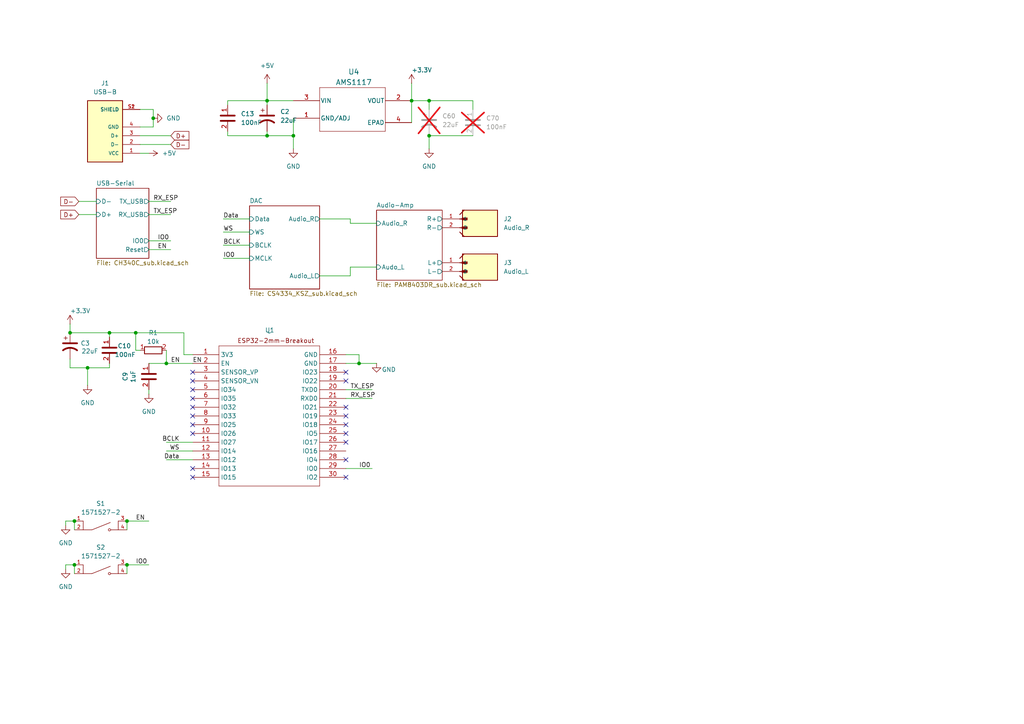
<source format=kicad_sch>
(kicad_sch (version 20231120) (generator "eeschema") (generator_version "8.0")
  (paper "A4")
  (lib_symbols
    (symbol "Device:C_Polarized_US" (pin_numbers hide) (pin_names (offset 0.254) hide)
      (property "Reference" "C" (at 0.635 2.54 0))
      (property "Value" "C_Polarized_US" (at 0.635 -2.54 0))
      (symbol "C_Polarized_US_0_1"
        (polyline (pts (xy -2.032 0.762) (xy 2.032 0.762)) (stroke (width 0.508)))
        (polyline (pts (xy -1.778 2.286) (xy -0.762 2.286)))
        (polyline (pts (xy -1.27 1.778) (xy -1.27 2.794)))
        (arc (start 2.032 -1.27) (mid 0 -0.5572) (end -2.032 -1.27) (stroke (width 0.508)))
      )
      (symbol "C_Polarized_US_1_1"
        (pin passive line (at 0 3.81 270) (length 2.794) (name "~") (number "1"))
        (pin passive line (at 0 -3.81 90) (length 3.302) (name "~") (number "2"))
      )
    )
    (symbol "PVA_board:1571527-2" (pin_names (offset 1.016))
      (property "Reference" "S" (at -2.54 1.27 0))
      (property "Value" "1571527-2" (at -4.826 -2.54 0))
      (symbol "1571527-2_0_0"
        (polyline (pts (xy -2.54 -1.27) (xy -5.08 -1.27)) (stroke (width 0.1524)))
        (polyline (pts (xy -2.54 -1.27) (xy 2.794 0.8636)) (stroke (width 0.1524)))
        (polyline (pts (xy 5.08 -1.27) (xy 2.921 -1.27)) (stroke (width 0.1524)))
        (circle (center 2.54 -1.27) (radius 0.3302) (stroke (width 0.1524)))
        (pin passive line (at -7.62 1.27 0) (length 2.54) (name "~") (number "1"))
        (pin passive line (at -7.62 -1.27 0) (length 2.54) (name "~") (number "2"))
        (pin passive line (at 7.62 1.27 180) (length 2.54) (name "~") (number "3"))
        (pin passive line (at 7.62 -1.27 180) (length 2.54) (name "~") (number "4"))
      )
      (symbol "1571527-2_0_1"
        (polyline (pts (xy -5.08 1.27) (xy -5.08 -1.27)))
        (polyline (pts (xy 5.08 1.27) (xy 5.08 -1.27)))
      )
    )
    (symbol "PVA_board:AMS1117" (pin_names (offset 0.254))
      (property "Reference" "U" (at -0.508 9.652 0))
      (property "Value" "AMS1117" (at -0.508 7.112 0))
      (symbol "AMS1117_0_1"
        (polyline (pts (xy -10.16 -7.62) (xy 8.89 -7.62)) (stroke (width 0.127)))
        (polyline (pts (xy -10.16 5.08) (xy -10.16 -7.62)) (stroke (width 0.127)))
        (polyline (pts (xy 8.89 -7.62) (xy 8.89 5.08)) (stroke (width 0.127)))
        (polyline (pts (xy 8.89 5.08) (xy -10.16 5.08)) (stroke (width 0.127)))
        (pin output line (at 16.51 1.27 180) (length 7.62) (name "VOUT") (number "2"))
        (pin input line (at -17.78 1.27 0) (length 7.62) (name "VIN") (number "3"))
        (pin power_in line (at 16.51 -5.08 180) (length 7.62) (name "EPAD") (number "4"))
      )
      (symbol "AMS1117_1_1"
        (pin power_out line (at -17.78 -3.81 0) (length 7.62) (name "GND/ADJ") (number "1"))
      )
    )
    (symbol "PVA_board:B2B-PH" (pin_names (offset 1.016))
      (property "Reference" "J" (at -5.58 5.08 0))
      (property "Value" "B2B-PH" (at -3.048 -4.572 0))
      (symbol "B2B-PH_0_0"
        (rectangle (start -4.445 -0.3175) (end -2.8575 0.3175) (stroke (width 0.1)) (fill (type outline)))
        (rectangle (start -4.445 2.2225) (end -2.8575 2.8575) (stroke (width 0.1)) (fill (type outline)))
        (rectangle (start -4.2863 -2.54) (end 5.8738 5.08) (stroke (width 0.254)) (fill (type background)))
        (polyline (pts (xy -5.08 -1.27) (xy -3.81 -2.54)) (stroke (width 0.254)))
        (polyline (pts (xy -5.08 0) (xy -3.175 0)) (stroke (width 0.254)))
        (polyline (pts (xy -5.08 2.54) (xy -3.175 2.54)) (stroke (width 0.254)))
        (polyline (pts (xy -5.08 3.81) (xy -3.81 5.08)) (stroke (width 0.254)))
        (pin passive line (at -10.16 2.54 0) (length 5.08) (name "1") (number "1"))
        (pin passive line (at -10.16 0 0) (length 5.08) (name "2") (number "2"))
      )
    )
    (symbol "PVA_board:C"
      (property "Reference" "C" (at 0 0 0))
      (symbol "C_0_1"
        (polyline (pts (xy -0.762 3.048) (xy -0.762 7.112)) (stroke (width 0.508)))
        (polyline (pts (xy 0.762 3.048) (xy 0.762 7.112)) (stroke (width 0.508)))
      )
      (symbol "C_1_1"
        (pin passive line (at -3.81 5.08 0) (length 2.794) (name "~") (number "1"))
        (pin passive line (at 3.81 5.08 180) (length 2.794) (name "~") (number "2"))
      )
    )
    (symbol "PVA_board:ESP32_breakout_2mm"
      (property "Reference" "U" (at 0 2.286 0))
      (symbol "ESP32_breakout_2mm_0_1"
        (polyline (pts (xy -15.24 -41.91) (xy 13.97 -41.91)) (stroke (width 0.127)))
        (polyline (pts (xy -15.24 -1.27) (xy -15.24 -41.91)) (stroke (width 0.127)))
        (polyline (pts (xy 13.97 -41.91) (xy 13.97 -1.27)) (stroke (width 0.127)))
        (polyline (pts (xy 13.97 -1.27) (xy -15.24 -1.27)) (stroke (width 0.127)))
        (pin bidirectional line (at 21.59 -31.75 180) (length 7.62) (name "IO16") (number "27"))
      )
      (symbol "ESP32_breakout_2mm_1_1"
        (text "ESP32-2mm-Breakout\n" (at 1.27 0.254 0) (effects (font (size 1.27 1.27))))
        (pin power_in line (at -22.86 -3.81 0) (length 7.62) (name "3V3") (number "1"))
        (pin bidirectional line (at -22.86 -26.67 0) (length 7.62) (name "IO26") (number "10"))
        (pin bidirectional line (at -22.86 -29.21 0) (length 7.62) (name "IO27") (number "11"))
        (pin bidirectional line (at -22.86 -31.75 0) (length 7.62) (name "IO14") (number "12"))
        (pin bidirectional line (at -22.86 -34.29 0) (length 7.62) (name "IO12") (number "13"))
        (pin bidirectional line (at -22.86 -36.83 0) (length 7.62) (name "IO13") (number "14"))
        (pin bidirectional line (at -22.86 -39.37 0) (length 7.62) (name "IO15") (number "15"))
        (pin power_out line (at 21.59 -3.81 180) (length 7.62) (name "GND") (number "16"))
        (pin power_out line (at 21.59 -6.35 180) (length 7.62) (name "GND") (number "17"))
        (pin bidirectional line (at 21.59 -8.89 180) (length 7.62) (name "IO23") (number "18"))
        (pin bidirectional line (at 21.59 -11.43 180) (length 7.62) (name "IO22") (number "19"))
        (pin input line (at -22.86 -6.35 0) (length 7.62) (name "EN") (number "2"))
        (pin bidirectional line (at 21.59 -13.97 180) (length 7.62) (name "TXD0") (number "20"))
        (pin bidirectional line (at 21.59 -16.51 180) (length 7.62) (name "RXD0") (number "21"))
        (pin bidirectional line (at 21.59 -19.05 180) (length 7.62) (name "IO21") (number "22"))
        (pin bidirectional line (at 21.59 -21.59 180) (length 7.62) (name "IO19") (number "23"))
        (pin bidirectional line (at 21.59 -24.13 180) (length 7.62) (name "IO18") (number "24"))
        (pin bidirectional line (at 21.59 -26.67 180) (length 7.62) (name "IO5") (number "25"))
        (pin bidirectional line (at 21.59 -29.21 180) (length 7.62) (name "IO17") (number "26"))
        (pin bidirectional line (at 21.59 -34.29 180) (length 7.62) (name "IO4") (number "28"))
        (pin bidirectional line (at 21.59 -36.83 180) (length 7.62) (name "IO0") (number "29"))
        (pin input line (at -22.86 -8.89 0) (length 7.62) (name "SENSOR_VP") (number "3"))
        (pin bidirectional line (at 21.59 -39.37 180) (length 7.62) (name "IO2") (number "30"))
        (pin input line (at -22.86 -11.43 0) (length 7.62) (name "SENSOR_VN") (number "4"))
        (pin input line (at -22.86 -13.97 0) (length 7.62) (name "IO34") (number "5"))
        (pin input line (at -22.86 -16.51 0) (length 7.62) (name "IO35") (number "6"))
        (pin bidirectional line (at -22.86 -19.05 0) (length 7.62) (name "IO32") (number "7"))
        (pin bidirectional line (at -22.86 -21.59 0) (length 7.62) (name "IO33") (number "8"))
        (pin bidirectional line (at -22.86 -24.13 0) (length 7.62) (name "IO25") (number "9"))
      )
    )
    (symbol "PVA_board:R"
      (property "Reference" "R" (at 0 0 0))
      (symbol "R_0_1"
        (rectangle (start 2.54 1.524) (end -2.54 3.556) (stroke (width 0.254)))
      )
      (symbol "R_1_1"
        (pin passive line (at -3.81 2.54 0) (length 1.27) (name "~") (number "1"))
        (pin passive line (at 3.81 2.54 180) (length 1.27) (name "~") (number "2"))
      )
    )
    (symbol "PVA_board:USB-B" (pin_names (offset 1.016))
      (property "Reference" "J" (at -5.08 8.89 0))
      (property "Value" "USB-B" (at -5.08 -12.7 0))
      (symbol "USB-B_0_0"
        (rectangle (start -5.08 7.62) (end 5.08 -10.16) (stroke (width 0.254)) (fill (type background)))
        (pin power_in line (at -10.16 5.08 0) (length 5.08) (name "VCC") (number "1"))
        (pin bidirectional line (at -10.16 2.54 0) (length 5.08) (name "D-") (number "2"))
        (pin bidirectional line (at -10.16 0 0) (length 5.08) (name "D+") (number "3"))
        (pin power_in line (at -10.16 -2.54 0) (length 5.08) (name "GND") (number "4"))
        (pin passive line (at -10.16 -7.62 0) (length 5.08) (name "SHIELD") (number "S1"))
        (pin passive line (at -10.16 -7.62 0) (length 5.08) (name "SHIELD") (number "S2"))
      )
    )
    (symbol "power:+3.3V" (power) (pin_numbers hide) (pin_names (offset 0) hide)
      (property "Value" "+3.3V" (at 0 3.556 0))
      (symbol "+3.3V_0_1"
        (polyline (pts (xy -0.762 1.27) (xy 0 2.54)))
        (polyline (pts (xy 0 0) (xy 0 2.54)))
        (polyline (pts (xy 0 2.54) (xy 0.762 1.27)))
      )
      (symbol "+3.3V_1_1"
        (pin power_in line (at 0 0 90) (length 0) (name "~") (number "1"))
      )
    )
    (symbol "power:+5V" (power) (pin_numbers hide) (pin_names (offset 0) hide)
      (property "Value" "+5V" (at 0 3.556 0))
      (symbol "+5V_0_1"
        (polyline (pts (xy -0.762 1.27) (xy 0 2.54)))
        (polyline (pts (xy 0 0) (xy 0 2.54)))
        (polyline (pts (xy 0 2.54) (xy 0.762 1.27)))
      )
      (symbol "+5V_1_1"
        (pin power_in line (at 0 0 90) (length 0) (name "~") (number "1"))
      )
    )
    (symbol "power:GND" (power) (pin_numbers hide) (pin_names (offset 0) hide)
      (property "Value" "GND" (at 0 -3.81 0))
      (symbol "GND_0_1"
        (polyline (pts (xy 0 0) (xy 0 -1.27) (xy 1.27 -1.27) (xy 0 -2.54) (xy -1.27 -1.27) (xy 0 -1.27)))
      )
      (symbol "GND_1_1"
        (pin power_in line (at 0 0 270) (length 0) (name "~") (number "1"))
      )
    )
  )
  (junction (at 77.47 39.37))
  (junction (at 44.45 34.29))
  (junction (at 124.46 39.37))
  (junction (at 36.83 151.13))
  (junction (at 124.46 29.21))
  (junction (at 36.83 163.83))
  (junction (at 119.38 29.21))
  (junction (at 31.75 96.52))
  (junction (at 104.14 105.41))
  (junction (at 21.59 163.83))
  (junction (at 48.26 105.41))
  (junction (at 77.47 29.21))
  (junction (at 20.32 96.52))
  (junction (at 39.37 96.52))
  (junction (at 21.59 151.13))
  (junction (at 25.4 106.68))
  (junction (at 85.09 39.37))
  (no_connect (at 100.33 110.49))
  (no_connect (at 55.88 123.19))
  (no_connect (at 100.33 133.35))
  (no_connect (at 55.88 113.03))
  (no_connect (at 100.33 118.11))
  (no_connect (at 55.88 115.57))
  (no_connect (at 55.88 125.73))
  (no_connect (at 55.88 120.65))
  (no_connect (at 55.88 107.95))
  (no_connect (at 55.88 110.49))
  (no_connect (at 100.33 123.19))
  (no_connect (at 55.88 138.43))
  (no_connect (at 100.33 128.27))
  (no_connect (at 100.33 107.95))
  (no_connect (at 100.33 120.65))
  (no_connect (at 55.88 118.11))
  (no_connect (at 100.33 138.43))
  (no_connect (at 100.33 125.73))
  (no_connect (at 55.88 135.89))
  (wire (pts (xy 20.32 104.14) (xy 20.32 106.68)))
  (wire (pts (xy 92.71 80.01) (xy 101.6 80.01)))
  (wire (pts (xy 104.14 105.41) (xy 100.33 105.41)))
  (wire (pts (xy 25.4 106.68) (xy 25.4 111.76)))
  (wire (pts (xy 40.64 41.91) (xy 49.53 41.91)))
  (wire (pts (xy 101.6 77.47) (xy 109.22 77.47)))
  (wire (pts (xy 40.64 36.83) (xy 44.45 36.83)))
  (wire (pts (xy 64.77 63.5) (xy 72.39 63.5)))
  (wire (pts (xy 31.75 106.68) (xy 25.4 106.68)))
  (wire (pts (xy 36.83 163.83) (xy 43.18 163.83)))
  (wire (pts (xy 55.88 128.27) (xy 48.26 128.27)))
  (wire (pts (xy 100.33 135.89) (xy 107.95 135.89)))
  (wire (pts (xy 119.38 24.13) (xy 119.38 29.21)))
  (wire (pts (xy 53.34 96.52) (xy 39.37 96.52)))
  (wire (pts (xy 124.46 39.37) (xy 137.16 39.37)))
  (wire (pts (xy 66.04 29.21) (xy 77.47 29.21)))
  (wire (pts (xy 77.47 29.21) (xy 85.09 29.21)))
  (wire (pts (xy 77.47 30.48) (xy 77.47 29.21)))
  (wire (pts (xy 66.04 39.37) (xy 77.47 39.37)))
  (wire (pts (xy 55.88 133.35) (xy 48.26 133.35)))
  (wire (pts (xy 44.45 31.75) (xy 44.45 34.29)))
  (wire (pts (xy 43.18 58.42) (xy 49.53 58.42)))
  (wire (pts (xy 43.18 113.03) (xy 43.18 114.3)))
  (wire (pts (xy 64.77 67.31) (xy 72.39 67.31)))
  (wire (pts (xy 124.46 43.18) (xy 124.46 39.37)))
  (wire (pts (xy 21.59 163.83) (xy 19.05 163.83)))
  (wire (pts (xy 21.59 151.13) (xy 19.05 151.13)))
  (wire (pts (xy 19.05 163.83) (xy 19.05 165.1)))
  (wire (pts (xy 77.47 24.13) (xy 77.47 29.21)))
  (wire (pts (xy 31.75 96.52) (xy 39.37 96.52)))
  (wire (pts (xy 77.47 39.37) (xy 85.09 39.37)))
  (wire (pts (xy 124.46 29.21) (xy 124.46 31.75)))
  (wire (pts (xy 21.59 151.13) (xy 21.59 153.67)))
  (wire (pts (xy 64.77 71.12) (xy 72.39 71.12)))
  (wire (pts (xy 100.33 115.57) (xy 107.95 115.57)))
  (wire (pts (xy 92.71 63.5) (xy 101.6 63.5)))
  (wire (pts (xy 124.46 29.21) (xy 137.16 29.21)))
  (wire (pts (xy 21.59 163.83) (xy 21.59 166.37)))
  (wire (pts (xy 40.64 31.75) (xy 44.45 31.75)))
  (wire (pts (xy 55.88 102.87) (xy 53.34 102.87)))
  (wire (pts (xy 109.22 105.41) (xy 104.14 105.41)))
  (wire (pts (xy 85.09 39.37) (xy 85.09 34.29)))
  (wire (pts (xy 36.83 151.13) (xy 43.18 151.13)))
  (wire (pts (xy 48.26 105.41) (xy 55.88 105.41)))
  (wire (pts (xy 48.26 101.6) (xy 48.26 105.41)))
  (wire (pts (xy 66.04 38.1) (xy 66.04 39.37)))
  (wire (pts (xy 40.64 39.37) (xy 49.53 39.37)))
  (wire (pts (xy 64.77 74.93) (xy 72.39 74.93)))
  (wire (pts (xy 31.75 97.79) (xy 31.75 96.52)))
  (wire (pts (xy 36.83 163.83) (xy 36.83 166.37)))
  (wire (pts (xy 77.47 38.1) (xy 77.47 39.37)))
  (wire (pts (xy 104.14 102.87) (xy 104.14 105.41)))
  (wire (pts (xy 31.75 105.41) (xy 31.75 106.68)))
  (wire (pts (xy 119.38 29.21) (xy 119.38 35.56)))
  (wire (pts (xy 101.6 63.5) (xy 101.6 64.77)))
  (wire (pts (xy 100.33 102.87) (xy 104.14 102.87)))
  (wire (pts (xy 137.16 29.21) (xy 137.16 31.75)))
  (wire (pts (xy 20.32 93.98) (xy 20.32 96.52)))
  (wire (pts (xy 20.32 96.52) (xy 31.75 96.52)))
  (wire (pts (xy 40.64 44.45) (xy 43.18 44.45)))
  (wire (pts (xy 101.6 64.77) (xy 109.22 64.77)))
  (wire (pts (xy 66.04 29.21) (xy 66.04 30.48)))
  (wire (pts (xy 43.18 105.41) (xy 48.26 105.41)))
  (wire (pts (xy 20.32 106.68) (xy 25.4 106.68)))
  (wire (pts (xy 100.33 113.03) (xy 107.95 113.03)))
  (wire (pts (xy 124.46 29.21) (xy 119.38 29.21)))
  (wire (pts (xy 43.18 62.23) (xy 49.53 62.23)))
  (wire (pts (xy 85.09 43.18) (xy 85.09 39.37)))
  (wire (pts (xy 39.37 101.6) (xy 39.37 96.52)))
  (wire (pts (xy 53.34 96.52) (xy 53.34 102.87)))
  (wire (pts (xy 22.86 58.42) (xy 27.94 58.42)))
  (wire (pts (xy 43.18 69.85) (xy 49.53 69.85)))
  (wire (pts (xy 101.6 80.01) (xy 101.6 77.47)))
  (wire (pts (xy 36.83 151.13) (xy 36.83 153.67)))
  (wire (pts (xy 55.88 130.81) (xy 48.26 130.81)))
  (wire (pts (xy 22.86 62.23) (xy 27.94 62.23)))
  (wire (pts (xy 43.18 72.39) (xy 49.53 72.39)))
  (wire (pts (xy 40.64 101.6) (xy 39.37 101.6)))
  (wire (pts (xy 19.05 151.13) (xy 19.05 152.4)))
  (wire (pts (xy 44.45 36.83) (xy 44.45 34.29)))
  (label "TX_ESP" (at 101.6 113.03 0))
  (label "IO0" (at 64.77 74.93 0))
  (label "IO0" (at 104.14 135.89 0))
  (label "EN" (at 39.37 151.13 0))
  (label "EN" (at 45.72 72.39 0))
  (label "BCLK" (at 64.77 71.12 0))
  (label "IO0" (at 39.37 163.83 0))
  (label "TX_ESP" (at 44.45 62.23 0))
  (label "RX_ESP" (at 44.45 58.42 0))
  (label "IO0" (at 45.72 69.85 0))
  (label "EN" (at 55.88 105.41 0))
  (label "RX_ESP" (at 101.6 115.57 0))
  (label "Data" (at 64.77 63.5 0))
  (label "EN" (at 49.53 105.41 0))
  (label "BCLK" (at 52.07 128.27 180))
  (label "WS" (at 64.77 67.31 0))
  (label "Data" (at 52.07 133.35 180))
  (label "WS" (at 52.07 130.81 180))
  (global_label "D+" (shape input) (at 22.86 62.23 180) (property "Intersheetrefs" "${INTERSHEET_REFS}" (effects (hide yes))))
  (global_label "D+" (shape input) (at 49.53 39.37 0) (property "Intersheetrefs" "${INTERSHEET_REFS}" (effects (hide yes))))
  (global_label "D-" (shape input) (at 49.53 41.91 0) (property "Intersheetrefs" "${INTERSHEET_REFS}" (effects (hide yes))))
  (global_label "D-" (shape input) (at 22.86 58.42 180) (property "Intersheetrefs" "${INTERSHEET_REFS}" (effects (hide yes))))
  (symbol (lib_id "Device:C_Polarized_US") (at 20.32 100.33 0) (unit 1)
    (property "Reference" "C3" (at 23.368 99.568 0) (effects (justify left)))
    (property "Value" "22uF" (at 23.622 101.854 0) (effects (justify left)))
    (property "Footprint" "PVA_board:CP_Elec_6.3x5.4" (effects (hide yes)))
    (property "Description" "Polarized capacitor, US symbol" (effects (hide yes)))
  )
  (symbol (lib_id "PVA_board:C") (at 38.1 109.22 270) (unit 1)
    (property "Reference" "C9" (at 36.322 109.22 0))
    (property "Value" "1uF" (at 38.608 109.22 0))
    (property "Footprint" "PVA_board:C-0805" (effects (hide yes)))
  )
  (symbol (lib_id "PVA_board:R") (at 44.45 104.14 0) (unit 1)
    (property "Reference" "R1" (at 44.45 96.52 0))
    (property "Value" "10k" (at 44.45 99.06 0))
    (property "Footprint" "PVA_board:R-0805" (effects (hide yes)))
  )
  (symbol (lib_id "power:GND") (at 43.18 114.3 0) (unit 1)
    (property "Reference" "#PWR06" (effects (hide yes)))
    (property "Value" "GND" (at 43.18 119.38 0))
    (property "Description" "Power symbol creates a global label with name \"GND\" , ground" (effects (hide yes)))
  )
  (symbol (lib_id "PVA_board:ESP32_breakout_2mm") (at 78.74 99.06 0) (unit 1)
    (property "Reference" "U1" (at 78.232 95.758 0))
    (property "Value" "~" (at 78.105 96.52 0))
    (property "Footprint" "PVA_board:2mm_2row_esp32_breakout" (effects (hide yes)))
  )
  (symbol (lib_id "power:GND") (at 25.4 111.76 0) (unit 1)
    (property "Reference" "#PWR04" (effects (hide yes)))
    (property "Value" "GND" (at 25.4 116.84 0))
    (property "Description" "Power symbol creates a global label with name \"GND\" , ground" (effects (hide yes)))
  )
  (symbol (lib_id "power:+3.3V") (at 119.38 24.13 0) (unit 1)
    (property "Reference" "#PWR013" (effects (hide yes)))
    (property "Value" "+3.3V" (at 119.3801 20.32 0) (effects (justify left)))
    (property "Description" "Power symbol creates a global label with name \"+3.3V\"" (effects (hide yes)))
  )
  (symbol (lib_id "PVA_board:USB-B") (at 30.48 39.37 180) (unit 1)
    (property "Reference" "J1" (at 30.48 24.13 0))
    (property "Value" "USB-B" (at 30.48 26.67 0))
    (property "Footprint" "PVA_board:SAMTEC_USB-B-S-X-X-TH" (effects (hide yes)))
  )
  (symbol (lib_id "power:GND") (at 85.09 43.18 0) (unit 1)
    (property "Reference" "#PWR011" (effects (hide yes)))
    (property "Value" "GND" (at 85.09 48.26 0))
    (property "Description" "Power symbol creates a global label with name \"GND\" , ground" (effects (hide yes)))
  )
  (symbol (lib_id "PVA_board:B2B-PH") (at 138.43 66.04 0) (unit 1)
    (property "Reference" "J2" (at 146.05 63.4999 0) (effects (justify left)))
    (property "Value" "Audio_R" (at 146.05 66.0399 0) (effects (justify left)))
    (property "Footprint" "PVA_board:JST_B2B-PH" (effects (hide yes)))
  )
  (symbol (lib_id "power:+3.3V") (at 20.32 93.98 0) (unit 1)
    (property "Reference" "#PWR03" (effects (hide yes)))
    (property "Value" "+3.3V" (at 20.3201 90.17 0) (effects (justify left)))
    (property "Description" "Power symbol creates a global label with name \"+3.3V\"" (effects (hide yes)))
  )
  (symbol (lib_id "power:+5V") (at 77.47 24.13 0) (unit 1)
    (property "Reference" "#PWR010" (effects (hide yes)))
    (property "Value" "+5V" (at 77.47 19.05 0))
    (property "Description" "Power symbol creates a global label with name \"+5V\"" (effects (hide yes)))
  )
  (symbol (lib_id "power:GND") (at 109.22 105.41 0) (unit 1)
    (property "Reference" "#PWR012" (effects (hide yes)))
    (property "Value" "GND" (at 112.776 107.188 0))
    (property "Description" "Power symbol creates a global label with name \"GND\" , ground" (effects (hide yes)))
  )
  (symbol (lib_id "PVA_board:B2B-PH") (at 138.43 78.74 0) (unit 1)
    (property "Reference" "J3" (at 146.05 76.1999 0) (effects (justify left)))
    (property "Value" "Audio_L" (at 146.05 78.7399 0) (effects (justify left)))
    (property "Footprint" "PVA_board:JST_B2B-PH" (effects (hide yes)))
  )
  (symbol (lib_id "power:GND") (at 19.05 152.4 0) (unit 1)
    (property "Reference" "#PWR01" (effects (hide yes)))
    (property "Value" "GND" (at 19.05 157.48 0))
    (property "Description" "Power symbol creates a global label with name \"GND\" , ground" (effects (hide yes)))
  )
  (symbol (lib_id "PVA_board:1571527-2") (at 29.21 152.4 0) (unit 1)
    (property "Reference" "S1" (at 29.21 146.05 0))
    (property "Value" "1571527-2" (at 29.21 148.59 0))
    (property "Footprint" "PVA_board:SW_4pin_SMD" (effects (hide yes)))
  )
  (symbol (lib_id "power:GND") (at 19.05 165.1 0) (unit 1)
    (property "Reference" "#PWR02" (effects (hide yes)))
    (property "Value" "GND" (at 19.05 170.18 0))
    (property "Description" "Power symbol creates a global label with name \"GND\" , ground" (effects (hide yes)))
  )
  (symbol (lib_id "PVA_board:C") (at 26.67 101.6 270) (unit 1)
    (property "Reference" "C10" (at 36.068 100.33 90))
    (property "Value" "100nF" (at 36.322 102.87 90))
    (property "Footprint" "PVA_board:C-0805" (effects (hide yes)))
  )
  (symbol (lib_id "PVA_board:C") (at 60.96 34.29 270) (unit 1)
    (property "Reference" "C13" (at 69.85 33.0199 90) (effects (justify left)))
    (property "Value" "100nF" (at 69.85 35.5599 90) (effects (justify left)))
    (property "Footprint" "PVA_board:C-0805" (effects (hide yes)))
  )
  (symbol (lib_id "power:GND") (at 44.45 34.29 90) (unit 1)
    (property "Reference" "#PWR07" (effects (hide yes)))
    (property "Value" "GND" (at 48.26 34.2899 90) (effects (justify right)))
    (property "Description" "Power symbol creates a global label with name \"GND\" , ground" (effects (hide yes)))
  )
  (symbol (lib_id "PVA_board:C") (at 132.08 35.56 270) (unit 1) (on_board no) (dnp yes)
    (property "Reference" "C70" (at 140.97 34.2899 90) (effects (justify left)))
    (property "Value" "100nF" (at 140.97 36.8299 90) (effects (justify left)))
    (property "Footprint" "PVA_board:C-0805" (effects (hide yes)))
  )
  (symbol (lib_id "PVA_board:AMS1117") (at 102.87 30.48 0) (unit 1)
    (property "Reference" "U4" (at 102.616 20.828 0) (effects (font (size 1.524 1.524))))
    (property "Value" "AMS1117" (at 102.616 23.876 0) (effects (font (size 1.524 1.524))))
    (property "Footprint" "PVA_board:SOT_AMS_ADS-M" (effects (hide yes)))
    (property "Datasheet" "AMS1117" (effects (hide yes)))
  )
  (symbol (lib_id "PVA_board:1571527-2") (at 29.21 165.1 0) (unit 1)
    (property "Reference" "S2" (at 29.21 158.75 0))
    (property "Value" "1571527-2" (at 29.21 161.29 0))
    (property "Footprint" "PVA_board:SW_4pin_SMD" (effects (hide yes)))
  )
  (symbol (lib_id "Device:C_Polarized_US") (at 124.46 35.56 0) (unit 1) (on_board no) (dnp yes)
    (property "Reference" "C60" (at 128.27 33.6549 0) (effects (justify left)))
    (property "Value" "22uF" (at 128.27 36.1949 0) (effects (justify left)))
    (property "Footprint" "Capacitor_SMD:CP_Elec_6.3x5.4" (effects (hide yes)))
    (property "Description" "Polarized capacitor, US symbol" (effects (hide yes)))
  )
  (symbol (lib_id "Device:C_Polarized_US") (at 77.47 34.29 0) (unit 1)
    (property "Reference" "C2" (at 81.28 32.3849 0) (effects (justify left)))
    (property "Value" "22uF" (at 81.28 34.9249 0) (effects (justify left)))
    (property "Footprint" "PVA_board:CP_Elec_6.3x5.4" (effects (hide yes)))
    (property "Description" "Polarized capacitor, US symbol" (effects (hide yes)))
  )
  (symbol (lib_id "power:+5V") (at 43.18 44.45 270) (unit 1)
    (property "Reference" "#PWR05" (effects (hide yes)))
    (property "Value" "+5V" (at 46.99 44.4499 90) (effects (justify left)))
    (property "Description" "Power symbol creates a global label with name \"+5V\"" (effects (hide yes)))
  )
  (symbol (lib_id "power:GND") (at 124.46 43.18 0) (unit 1)
    (property "Reference" "#PWR014" (effects (hide yes)))
    (property "Value" "GND" (at 124.46 48.26 0))
    (property "Description" "Power symbol creates a global label with name \"GND\" , ground" (effects (hide yes)))
  )
  (sheet (at 27.94 54.61) (size 15.24 20.32) (stroke (width 0.1524))
    (property "Sheetname" "USB-Serial" (at 27.94 53.8984 0) (effects (justify left bottom)))
    (property "Sheetfile" "CH340C_sub.kicad_sch" (at 27.94 75.5146 0) (effects (justify left top)))
    (pin "D-" input (at 27.94 58.42 180))
    (pin "D+" input (at 27.94 62.23 180))
    (pin "Reset" output (at 43.18 72.39 0))
    (pin "IO0" output (at 43.18 69.85 0))
    (pin "TX_USB" output (at 43.18 58.42 0))
    (pin "RX_USB" output (at 43.18 62.23 0))
  )
  (sheet (at 72.39 59.69) (size 20.32 24.13) (stroke (width 0.1524))
    (property "Sheetname" "DAC" (at 72.39 58.9784 0) (effects (justify left bottom)))
    (property "Sheetfile" "CS4334_KSZ_sub.kicad_sch" (at 72.39 84.4046 0) (effects (justify left top)))
    (pin "Audio_L" output (at 92.71 80.01 0))
    (pin "Audio_R" output (at 92.71 63.5 0))
    (pin "Data" input (at 72.39 63.5 180))
    (pin "WS" input (at 72.39 67.31 180))
    (pin "MCLK" input (at 72.39 74.93 180))
    (pin "BCLK" input (at 72.39 71.12 180))
  )
  (sheet (at 109.22 60.96) (size 19.05 20.32) (stroke (width 0.1524))
    (property "Sheetname" "Audio-Amp" (at 109.22 60.2484 0) (effects (justify left bottom)))
    (property "Sheetfile" "PAM8403DR_sub.kicad_sch" (at 109.22 81.8646 0) (effects (justify left top)))
    (pin "R-" output (at 128.27 66.04 0))
    (pin "R+" output (at 128.27 63.5 0))
    (pin "Audio_R" input (at 109.22 64.77 180))
    (pin "L+" output (at 128.27 76.2 0))
    (pin "L-" output (at 128.27 78.74 0))
    (pin "Audo_L" input (at 109.22 77.47 180))
  )
)
</source>
